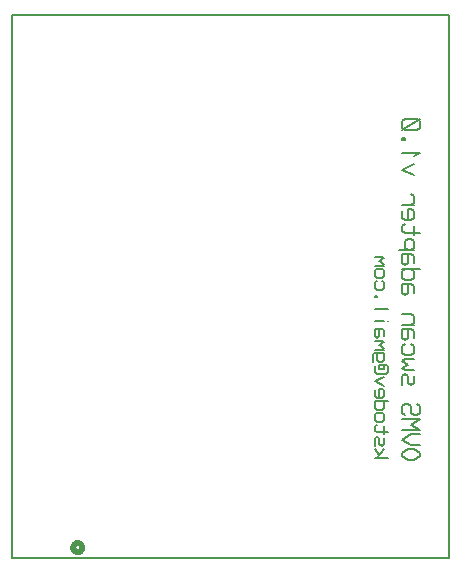
<source format=gbr>
G04 PROTEUS RS274X GERBER FILE*
%FSLAX45Y45*%
%MOMM*%
G01*
%ADD24C,0.508000*%
%ADD23C,0.203200*%
D24*
X+593872Y-4511272D02*
X+593741Y-4508114D01*
X+592675Y-4501796D01*
X+590444Y-4495478D01*
X+586799Y-4489160D01*
X+581224Y-4482921D01*
X+574906Y-4478325D01*
X+568588Y-4475392D01*
X+562270Y-4473730D01*
X+555952Y-4473172D01*
X+555772Y-4473172D01*
X+517672Y-4511272D02*
X+517803Y-4508114D01*
X+518869Y-4501796D01*
X+521100Y-4495478D01*
X+524745Y-4489160D01*
X+530320Y-4482921D01*
X+536638Y-4478325D01*
X+542956Y-4475392D01*
X+549274Y-4473730D01*
X+555592Y-4473172D01*
X+555772Y-4473172D01*
X+517672Y-4511272D02*
X+517803Y-4514430D01*
X+518869Y-4520748D01*
X+521100Y-4527066D01*
X+524745Y-4533384D01*
X+530320Y-4539623D01*
X+536638Y-4544219D01*
X+542956Y-4547152D01*
X+549274Y-4548814D01*
X+555592Y-4549372D01*
X+555772Y-4549372D01*
X+593872Y-4511272D02*
X+593741Y-4514430D01*
X+592675Y-4520748D01*
X+590444Y-4527066D01*
X+586799Y-4533384D01*
X+581224Y-4539623D01*
X+574906Y-4544219D01*
X+568588Y-4547152D01*
X+562270Y-4548814D01*
X+555952Y-4549372D01*
X+555772Y-4549372D01*
D23*
X+3404172Y-3770772D02*
X+3454972Y-3739022D01*
X+3454972Y-3707272D01*
X+3404172Y-3675522D01*
X+3353372Y-3675522D01*
X+3302572Y-3707272D01*
X+3302572Y-3739022D01*
X+3353372Y-3770772D01*
X+3404172Y-3770772D01*
X+3454972Y-3643772D02*
X+3378772Y-3643772D01*
X+3302572Y-3596147D01*
X+3378772Y-3548522D01*
X+3454972Y-3548522D01*
X+3302572Y-3516772D02*
X+3454972Y-3516772D01*
X+3378772Y-3469147D01*
X+3454972Y-3421522D01*
X+3302572Y-3421522D01*
X+3327972Y-3389772D02*
X+3302572Y-3373897D01*
X+3302572Y-3310397D01*
X+3327972Y-3294522D01*
X+3353372Y-3294522D01*
X+3378772Y-3310397D01*
X+3378772Y-3373897D01*
X+3404172Y-3389772D01*
X+3429572Y-3389772D01*
X+3454972Y-3373897D01*
X+3454972Y-3310397D01*
X+3429572Y-3294522D01*
X+3404172Y-3056397D02*
X+3404172Y-3119897D01*
X+3378772Y-3135772D01*
X+3353372Y-3119897D01*
X+3353372Y-3056397D01*
X+3327972Y-3040522D01*
X+3302572Y-3056397D01*
X+3302572Y-3135772D01*
X+3404172Y-3008772D02*
X+3327972Y-3008772D01*
X+3302572Y-2992897D01*
X+3353372Y-2961147D01*
X+3302572Y-2929397D01*
X+3327972Y-2913522D01*
X+3404172Y-2913522D01*
X+3378772Y-2786522D02*
X+3404172Y-2802397D01*
X+3404172Y-2865897D01*
X+3378772Y-2881772D01*
X+3327972Y-2881772D01*
X+3302572Y-2865897D01*
X+3302572Y-2802397D01*
X+3327972Y-2786522D01*
X+3404172Y-2738897D02*
X+3404172Y-2675397D01*
X+3378772Y-2659522D01*
X+3302572Y-2659522D01*
X+3302572Y-2738897D01*
X+3327972Y-2754772D01*
X+3353372Y-2738897D01*
X+3353372Y-2659522D01*
X+3302572Y-2627772D02*
X+3404172Y-2627772D01*
X+3378772Y-2627772D02*
X+3404172Y-2611897D01*
X+3404172Y-2548397D01*
X+3378772Y-2532522D01*
X+3302572Y-2532522D01*
X+3404172Y-2357897D02*
X+3404172Y-2294397D01*
X+3378772Y-2278522D01*
X+3302572Y-2278522D01*
X+3302572Y-2357897D01*
X+3327972Y-2373772D01*
X+3353372Y-2357897D01*
X+3353372Y-2278522D01*
X+3378772Y-2151522D02*
X+3404172Y-2167397D01*
X+3404172Y-2230897D01*
X+3378772Y-2246772D01*
X+3327972Y-2246772D01*
X+3302572Y-2230897D01*
X+3302572Y-2167397D01*
X+3327972Y-2151522D01*
X+3302572Y-2151522D02*
X+3454972Y-2151522D01*
X+3404172Y-2103897D02*
X+3404172Y-2040397D01*
X+3378772Y-2024522D01*
X+3302572Y-2024522D01*
X+3302572Y-2103897D01*
X+3327972Y-2119772D01*
X+3353372Y-2103897D01*
X+3353372Y-2024522D01*
X+3277172Y-1992772D02*
X+3404172Y-1992772D01*
X+3378772Y-1992772D02*
X+3404172Y-1976897D01*
X+3404172Y-1913397D01*
X+3378772Y-1897522D01*
X+3353372Y-1897522D01*
X+3327972Y-1913397D01*
X+3327972Y-1976897D01*
X+3353372Y-1992772D01*
X+3454972Y-1849897D02*
X+3327972Y-1849897D01*
X+3302572Y-1834022D01*
X+3302572Y-1786397D01*
X+3327972Y-1770522D01*
X+3404172Y-1865772D02*
X+3404172Y-1786397D01*
X+3353372Y-1738772D02*
X+3353372Y-1643522D01*
X+3378772Y-1643522D01*
X+3404172Y-1659397D01*
X+3404172Y-1722897D01*
X+3378772Y-1738772D01*
X+3327972Y-1738772D01*
X+3302572Y-1722897D01*
X+3302572Y-1659397D01*
X+3302572Y-1611772D02*
X+3404172Y-1611772D01*
X+3378772Y-1611772D02*
X+3404172Y-1595897D01*
X+3404172Y-1532397D01*
X+3378772Y-1516522D01*
X+3404172Y-1357772D02*
X+3302572Y-1310147D01*
X+3404172Y-1262522D01*
X+3404172Y-1199022D02*
X+3454972Y-1167272D01*
X+3302572Y-1167272D01*
X+3327972Y-1056147D02*
X+3327972Y-1040272D01*
X+3302572Y-1040272D01*
X+3302572Y-1056147D01*
X+3327972Y-1056147D01*
X+3327972Y-976772D02*
X+3429572Y-976772D01*
X+3454972Y-960897D01*
X+3454972Y-897397D01*
X+3429572Y-881522D01*
X+3327972Y-881522D01*
X+3302572Y-897397D01*
X+3302572Y-960897D01*
X+3327972Y-976772D01*
X+3302572Y-976772D02*
X+3454972Y-881522D01*
X+3180212Y-3750772D02*
X+3073532Y-3750772D01*
X+3091312Y-3750772D02*
X+3144652Y-3674572D01*
X+3109092Y-3725372D02*
X+3073532Y-3674572D01*
X+3144652Y-3585672D02*
X+3144652Y-3636472D01*
X+3126872Y-3649172D01*
X+3109092Y-3636472D01*
X+3109092Y-3585672D01*
X+3091312Y-3572972D01*
X+3073532Y-3585672D01*
X+3073532Y-3649172D01*
X+3180212Y-3534872D02*
X+3091312Y-3534872D01*
X+3073532Y-3522172D01*
X+3073532Y-3484072D01*
X+3091312Y-3471372D01*
X+3144652Y-3547572D02*
X+3144652Y-3484072D01*
X+3126872Y-3445972D02*
X+3144652Y-3433272D01*
X+3144652Y-3382472D01*
X+3126872Y-3369772D01*
X+3091312Y-3369772D01*
X+3073532Y-3382472D01*
X+3073532Y-3433272D01*
X+3091312Y-3445972D01*
X+3126872Y-3445972D01*
X+3126872Y-3268172D02*
X+3144652Y-3280872D01*
X+3144652Y-3331672D01*
X+3126872Y-3344372D01*
X+3091312Y-3344372D01*
X+3073532Y-3331672D01*
X+3073532Y-3280872D01*
X+3091312Y-3268172D01*
X+3073532Y-3268172D02*
X+3180212Y-3268172D01*
X+3109092Y-3242772D02*
X+3109092Y-3166572D01*
X+3126872Y-3166572D01*
X+3144652Y-3179272D01*
X+3144652Y-3230072D01*
X+3126872Y-3242772D01*
X+3091312Y-3242772D01*
X+3073532Y-3230072D01*
X+3073532Y-3179272D01*
X+3144652Y-3141172D02*
X+3073532Y-3103072D01*
X+3144652Y-3064972D01*
X+3073532Y-2976072D02*
X+3073532Y-3026872D01*
X+3091312Y-3039572D01*
X+3162432Y-3039572D01*
X+3180212Y-3026872D01*
X+3180212Y-2976072D01*
X+3162432Y-2963372D01*
X+3109092Y-2963372D01*
X+3109092Y-3001472D01*
X+3144652Y-3001472D01*
X+3144652Y-2976072D01*
X+3126872Y-2861772D02*
X+3144652Y-2874472D01*
X+3144652Y-2925272D01*
X+3126872Y-2937972D01*
X+3109092Y-2937972D01*
X+3091312Y-2925272D01*
X+3091312Y-2874472D01*
X+3109092Y-2861772D01*
X+3144652Y-2861772D02*
X+3073532Y-2861772D01*
X+3055752Y-2874472D01*
X+3055752Y-2937972D01*
X+3073532Y-2836372D02*
X+3144652Y-2836372D01*
X+3126872Y-2836372D02*
X+3144652Y-2823672D01*
X+3109092Y-2798272D01*
X+3144652Y-2772872D01*
X+3126872Y-2760172D01*
X+3073532Y-2760172D01*
X+3144652Y-2722072D02*
X+3144652Y-2671272D01*
X+3126872Y-2658572D01*
X+3073532Y-2658572D01*
X+3073532Y-2722072D01*
X+3091312Y-2734772D01*
X+3109092Y-2722072D01*
X+3109092Y-2658572D01*
X+3144652Y-2595072D02*
X+3073532Y-2595072D01*
X+3180212Y-2595072D02*
X+3180212Y-2595072D01*
X+3180212Y-2493472D02*
X+3073532Y-2493472D01*
X+3091312Y-2391872D02*
X+3091312Y-2379172D01*
X+3073532Y-2379172D01*
X+3073532Y-2391872D01*
X+3091312Y-2391872D01*
X+3126872Y-2252172D02*
X+3144652Y-2264872D01*
X+3144652Y-2315672D01*
X+3126872Y-2328372D01*
X+3091312Y-2328372D01*
X+3073532Y-2315672D01*
X+3073532Y-2264872D01*
X+3091312Y-2252172D01*
X+3126872Y-2226772D02*
X+3144652Y-2214072D01*
X+3144652Y-2163272D01*
X+3126872Y-2150572D01*
X+3091312Y-2150572D01*
X+3073532Y-2163272D01*
X+3073532Y-2214072D01*
X+3091312Y-2226772D01*
X+3126872Y-2226772D01*
X+3073532Y-2125172D02*
X+3144652Y-2125172D01*
X+3126872Y-2125172D02*
X+3144652Y-2112472D01*
X+3109092Y-2087072D01*
X+3144652Y-2061672D01*
X+3126872Y-2048972D01*
X+3073532Y-2048972D01*
X+0Y-4600000D02*
X+3700000Y-4600000D01*
X+3700000Y+0D01*
X+0Y+0D01*
X+0Y-4600000D01*
M02*

</source>
